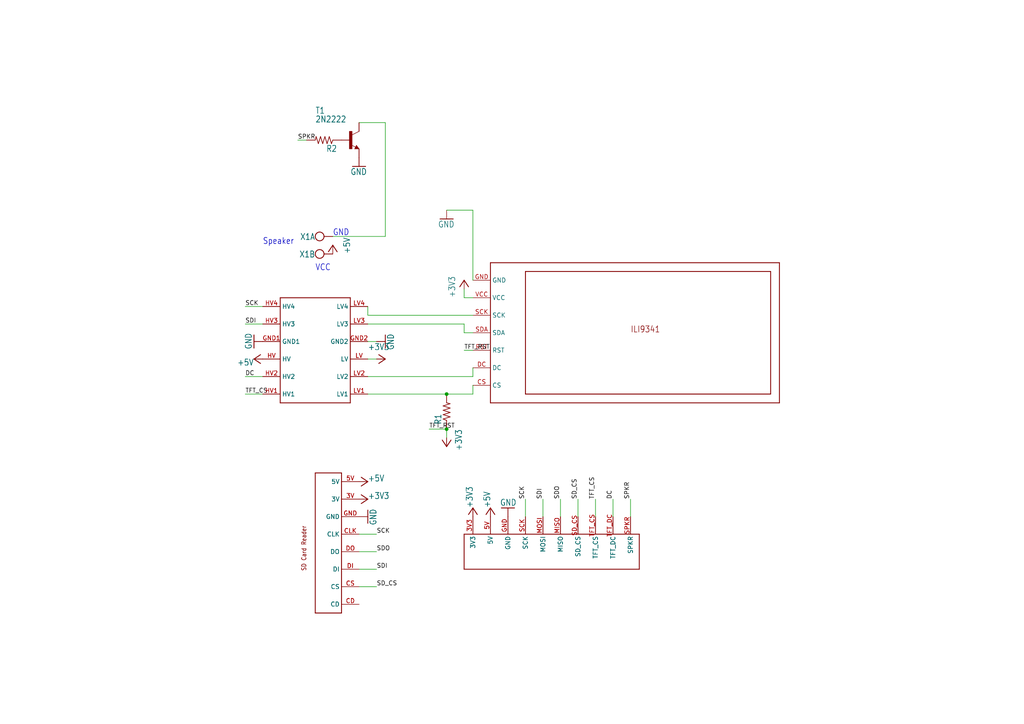
<source format=kicad_sch>
(kicad_sch (version 20231120) (generator "eeschema") (generator_version "8.0")
  (paper "A4")
  (lib_symbols
    (symbol "Main-eagle-import:+3V3" (power)
      (symbol "+3V3_1_0"
        (polyline (pts (xy 0 0) (xy -1.27 -1.905)) (stroke (width 0.254)))
        (polyline (pts (xy 1.27 -1.905) (xy 0 0)) (stroke (width 0.254)))
        (pin power_in line (at 0 -2.54 90) (length 2.54) (name "+3V3") (number "1"))
      )
    )
    (symbol "Main-eagle-import:+5V" (power)
      (symbol "+5V_1_0"
        (polyline (pts (xy 0 0) (xy -1.27 -1.905)) (stroke (width 0.254)))
        (polyline (pts (xy 1.27 -1.905) (xy 0 0)) (stroke (width 0.254)))
        (pin power_in line (at 0 -2.54 90) (length 2.54) (name "+5V") (number "1"))
      )
    )
    (symbol "Main-eagle-import:2N2222"
      (property "Reference" "T" (at -10.16 7.62 0))
      (symbol "2N2222_1_0"
        (rectangle (start -0.254 -2.54) (end 0.508 2.54) (fill (type outline)))
        (polyline (pts (xy 1.27 -2.54) (xy 1.778 -1.524)) (stroke (width 0.1524)))
        (polyline (pts (xy 1.524 -2.413) (xy 2.286 -2.413)) (stroke (width 0.254)))
        (polyline (pts (xy 1.524 -2.286) (xy 1.905 -2.286)) (stroke (width 0.254)))
        (polyline (pts (xy 1.54 -2.04) (xy 0.308 -1.424)) (stroke (width 0.1524)))
        (polyline (pts (xy 1.778 -1.778) (xy 1.524 -2.286)) (stroke (width 0.254)))
        (polyline (pts (xy 1.778 -1.524) (xy 2.54 -2.54)) (stroke (width 0.1524)))
        (polyline (pts (xy 1.905 -2.286) (xy 1.778 -2.032)) (stroke (width 0.254)))
        (polyline (pts (xy 2.286 -2.413) (xy 1.778 -1.778)) (stroke (width 0.254)))
        (polyline (pts (xy 2.54 -2.54) (xy 1.27 -2.54)) (stroke (width 0.1524)))
        (polyline (pts (xy 2.54 2.54) (xy 0.508 1.524)) (stroke (width 0.1524)))
        (pin passive line (at -2.54 0 0) (length 2.54) (name "B") (number "B"))
        (pin passive line (at 2.54 5.08 270) (length 2.54) (name "C") (number "C"))
        (pin passive line (at 2.54 -5.08 90) (length 2.54) (name "E") (number "E"))
      )
    )
    (symbol "Main-eagle-import:BI_DIRECTIONAL_LOGIC_LEVEL_CONVERTER"
      (symbol "BI_DIRECTIONAL_LOGIC_LEVEL_CONVERTER_1_0"
        (polyline (pts (xy -15.24 -10.16) (xy 15.24 -10.16)) (stroke (width 0.254)))
        (polyline (pts (xy -15.24 10.16) (xy -15.24 -10.16)) (stroke (width 0.254)))
        (polyline (pts (xy 15.24 -10.16) (xy 15.24 10.16)) (stroke (width 0.254)))
        (polyline (pts (xy 15.24 10.16) (xy -15.24 10.16)) (stroke (width 0.254)))
        (pin power_in line (at 2.54 15.24 270) (length 5.08) (name "GND1") (number "GND1"))
        (pin bidirectional line (at 2.54 -15.24 90) (length 5.08) (name "GND2") (number "GND2"))
        (pin power_in line (at -2.54 15.24 270) (length 5.08) (name "HV") (number "HV"))
        (pin bidirectional line (at -12.7 15.24 270) (length 5.08) (name "HV1") (number "HV1"))
        (pin bidirectional line (at -7.62 15.24 270) (length 5.08) (name "HV2") (number "HV2"))
        (pin bidirectional line (at 7.62 15.24 270) (length 5.08) (name "HV3") (number "HV3"))
        (pin bidirectional line (at 12.7 15.24 270) (length 5.08) (name "HV4") (number "HV4"))
        (pin bidirectional line (at -2.54 -15.24 90) (length 5.08) (name "LV") (number "LV"))
        (pin bidirectional line (at -12.7 -15.24 90) (length 5.08) (name "LV1") (number "LV1"))
        (pin bidirectional line (at -7.62 -15.24 90) (length 5.08) (name "LV2") (number "LV2"))
        (pin bidirectional line (at 7.62 -15.24 90) (length 5.08) (name "LV3") (number "LV3"))
        (pin bidirectional line (at 12.7 -15.24 90) (length 5.08) (name "LV4") (number "LV4"))
      )
    )
    (symbol "Main-eagle-import:GND" (power)
      (symbol "GND_1_0"
        (polyline (pts (xy -1.905 0) (xy 1.905 0)) (stroke (width 0.254)))
        (pin power_in line (at 0 2.54 270) (length 2.54) (name "GND") (number "1"))
      )
    )
    (symbol "Main-eagle-import:HEADERRIBBON_CONNECTOR"
      (symbol "HEADERRIBBON_CONNECTOR_1_0"
        (polyline (pts (xy -25.4 -5.08) (xy 25.4 -5.08)) (stroke (width 0.254)))
        (polyline (pts (xy -25.4 5.08) (xy -25.4 -5.08)) (stroke (width 0.254)))
        (polyline (pts (xy -25.4 5.08) (xy 25.4 5.08)) (stroke (width 0.254)))
        (polyline (pts (xy 25.4 5.08) (xy 25.4 -5.08)) (stroke (width 0.254)))
        (pin power_in line (at -22.86 10.16 270) (length 5.08) (name "3V3") (number "3V3"))
        (pin power_in line (at -17.78 10.16 270) (length 5.08) (name "5V") (number "5V"))
        (pin power_in line (at -12.7 10.16 270) (length 5.08) (name "GND") (number "GND"))
        (pin bidirectional line (at 2.54 10.16 270) (length 5.08) (name "MISO") (number "MISO"))
        (pin bidirectional line (at -2.54 10.16 270) (length 5.08) (name "MOSI") (number "MOSI"))
        (pin bidirectional line (at -7.62 10.16 270) (length 5.08) (name "SCK") (number "SCK"))
        (pin bidirectional line (at 7.62 10.16 270) (length 5.08) (name "SD_CS") (number "SD_CS"))
        (pin bidirectional line (at 22.86 10.16 270) (length 5.08) (name "SPKR") (number "SPKR"))
        (pin bidirectional line (at 12.7 10.16 270) (length 5.08) (name "TFT_CS") (number "TFT_CS"))
        (pin bidirectional line (at 17.78 10.16 270) (length 5.08) (name "TFT_DC") (number "TFT_DC"))
      )
    )
    (symbol "Main-eagle-import:ILI9341"
      (symbol "ILI9341_1_0"
        (polyline (pts (xy -48.26 -22.86) (xy 35.56 -22.86)) (stroke (width 0.254)))
        (polyline (pts (xy -48.26 17.78) (xy -48.26 -22.86)) (stroke (width 0.254)))
        (polyline (pts (xy -38.1 -20.32) (xy 33.02 -20.32)) (stroke (width 0.254)))
        (polyline (pts (xy -38.1 15.24) (xy -38.1 -20.32)) (stroke (width 0.254)))
        (polyline (pts (xy 33.02 -20.32) (xy 33.02 15.24)) (stroke (width 0.254)))
        (polyline (pts (xy 33.02 15.24) (xy -38.1 15.24)) (stroke (width 0.254)))
        (polyline (pts (xy 35.56 -22.86) (xy 35.56 17.78)) (stroke (width 0.254)))
        (polyline (pts (xy 35.56 17.78) (xy -48.26 17.78)) (stroke (width 0.254)))
        (text "ILI9341" (at -7.62 -2.54 0) (effects (font (size 1.778 1.5113)) (justify left bottom)))
        (pin input line (at -53.34 -17.78 0) (length 5.08) (name "CS") (number "CS"))
        (pin input line (at -53.34 -12.7 0) (length 5.08) (name "DC") (number "DC"))
        (pin power_in line (at -53.34 12.7 0) (length 5.08) (name "GND") (number "GND"))
        (pin input line (at -53.34 -7.62 0) (length 5.08) (name "RST") (number "RST"))
        (pin bidirectional line (at -53.34 2.54 0) (length 5.08) (name "SCK") (number "SCK"))
        (pin input line (at -53.34 -2.54 0) (length 5.08) (name "SDA") (number "SDA"))
        (pin power_in line (at -53.34 7.62 0) (length 5.08) (name "VCC") (number "VCC"))
      )
    )
    (symbol "Main-eagle-import:R-US_0204/7"
      (property "Reference" "R" (at -3.81 1.4986 0))
      (symbol "R-US_0204/7_1_0"
        (polyline (pts (xy -2.54 0) (xy -2.159 1.016)) (stroke (width 0.2032)))
        (polyline (pts (xy -2.159 1.016) (xy -1.524 -1.016)) (stroke (width 0.2032)))
        (polyline (pts (xy -1.524 -1.016) (xy -0.889 1.016)) (stroke (width 0.2032)))
        (polyline (pts (xy -0.889 1.016) (xy -0.254 -1.016)) (stroke (width 0.2032)))
        (polyline (pts (xy -0.254 -1.016) (xy 0.381 1.016)) (stroke (width 0.2032)))
        (polyline (pts (xy 0.381 1.016) (xy 1.016 -1.016)) (stroke (width 0.2032)))
        (polyline (pts (xy 1.016 -1.016) (xy 1.651 1.016)) (stroke (width 0.2032)))
        (polyline (pts (xy 1.651 1.016) (xy 2.286 -1.016)) (stroke (width 0.2032)))
        (polyline (pts (xy 2.286 -1.016) (xy 2.54 0)) (stroke (width 0.2032)))
        (pin passive line (at -5.08 0 0) (length 2.54) (name "1") (number "1"))
        (pin passive line (at 5.08 0 180) (length 2.54) (name "2") (number "2"))
      )
    )
    (symbol "Main-eagle-import:SD_CARD_READER"
      (symbol "SD_CARD_READER_1_0"
        (polyline (pts (xy -20.32 -5.08) (xy -20.32 2.54)) (stroke (width 0.254)))
        (polyline (pts (xy -20.32 2.54) (xy 20.32 2.54)) (stroke (width 0.254)))
        (polyline (pts (xy 20.32 -5.08) (xy -20.32 -5.08)) (stroke (width 0.254)))
        (polyline (pts (xy 20.32 2.54) (xy 20.32 -5.08)) (stroke (width 0.254)))
        (text "SD Card Reader" (at -5.08 -7.62 0) (effects (font (size 1.27 1.0795)) (justify left bottom)))
        (pin power_in line (at -12.7 7.62 270) (length 5.08) (name "3V") (number "3V"))
        (pin power_in line (at -17.78 7.62 270) (length 5.08) (name "5V") (number "5V"))
        (pin bidirectional line (at 17.78 7.62 270) (length 5.08) (name "CD") (number "CD"))
        (pin bidirectional line (at -2.54 7.62 270) (length 5.08) (name "CLK") (number "CLK"))
        (pin bidirectional line (at 12.7 7.62 270) (length 5.08) (name "CS") (number "CS"))
        (pin bidirectional line (at 7.62 7.62 270) (length 5.08) (name "DI") (number "DI"))
        (pin bidirectional line (at 2.54 7.62 270) (length 5.08) (name "DO") (number "DO"))
        (pin power_in line (at -7.62 7.62 270) (length 5.08) (name "GND") (number "GND"))
      )
    )
    (symbol "Main-eagle-import:W237-102"
      (property "Reference" "X" (at 0 0.889 0))
      (symbol "W237-102_1_0"
        (circle (center 1.27 0) (radius 1.27) (stroke (width 0.254)))
        (pin passive line (at 5.08 0 180) (length 2.54) (name "KL") (number "1"))
      )
      (symbol "W237-102_2_0"
        (circle (center 1.27 0) (radius 1.27) (stroke (width 0.254)))
        (pin passive line (at 5.08 0 180) (length 2.54) (name "KL") (number "2"))
      )
    )
  )
  (junction (at 129.54 114.3))
  (junction (at 129.54 124.46))
  (wire (pts (xy 129.54 127) (xy 129.54 124.46)) (stroke (width 0.1524)))
  (wire (pts (xy 111.76 68.58) (xy 96.52 68.58)) (stroke (width 0.1524)))
  (wire (pts (xy 76.2 109.22) (xy 71.12 109.22)) (stroke (width 0.1524)))
  (wire (pts (xy 76.2 93.98) (xy 71.12 93.98)) (stroke (width 0.1524)))
  (wire (pts (xy 129.54 114.3) (xy 137.16 114.3)) (stroke (width 0.1524)))
  (wire (pts (xy 111.76 35.56) (xy 111.76 68.58)) (stroke (width 0.1524)))
  (wire (pts (xy 106.68 114.3) (xy 129.54 114.3)) (stroke (width 0.1524)))
  (wire (pts (xy 76.2 114.3) (xy 71.12 114.3)) (stroke (width 0.1524)))
  (wire (pts (xy 157.48 149.86) (xy 157.48 144.78)) (stroke (width 0.1524)))
  (wire (pts (xy 106.68 109.22) (xy 137.16 109.22)) (stroke (width 0.1524)))
  (wire (pts (xy 134.62 93.98) (xy 134.62 96.52)) (stroke (width 0.1524)))
  (wire (pts (xy 129.54 124.46) (xy 124.46 124.46)) (stroke (width 0.1524)))
  (wire (pts (xy 106.68 99.06) (xy 109.22 99.06)) (stroke (width 0.1524)))
  (wire (pts (xy 129.54 60.96) (xy 137.16 60.96)) (stroke (width 0.1524)))
  (wire (pts (xy 134.62 96.52) (xy 137.16 96.52)) (stroke (width 0.1524)))
  (wire (pts (xy 182.88 149.86) (xy 182.88 144.78)) (stroke (width 0.1524)))
  (wire (pts (xy 134.62 83.82) (xy 134.62 86.36)) (stroke (width 0.1524)))
  (wire (pts (xy 104.14 165.1) (xy 109.22 165.1)) (stroke (width 0.1524)))
  (wire (pts (xy 152.4 149.86) (xy 152.4 144.78)) (stroke (width 0.1524)))
  (wire (pts (xy 137.16 60.96) (xy 137.16 81.28)) (stroke (width 0.1524)))
  (wire (pts (xy 137.16 114.3) (xy 137.16 111.76)) (stroke (width 0.1524)))
  (wire (pts (xy 106.68 93.98) (xy 134.62 93.98)) (stroke (width 0.1524)))
  (wire (pts (xy 137.16 109.22) (xy 137.16 106.68)) (stroke (width 0.1524)))
  (wire (pts (xy 88.9 40.64) (xy 86.36 40.64)) (stroke (width 0.1524)))
  (wire (pts (xy 106.68 91.44) (xy 137.16 91.44)) (stroke (width 0.1524)))
  (wire (pts (xy 109.22 104.14) (xy 106.68 104.14)) (stroke (width 0.1524)))
  (wire (pts (xy 177.8 149.86) (xy 177.8 144.78)) (stroke (width 0.1524)))
  (wire (pts (xy 104.14 170.18) (xy 109.22 170.18)) (stroke (width 0.1524)))
  (wire (pts (xy 104.14 160.02) (xy 109.22 160.02)) (stroke (width 0.1524)))
  (wire (pts (xy 137.16 101.6) (xy 134.62 101.6)) (stroke (width 0.1524)))
  (wire (pts (xy 167.64 149.86) (xy 167.64 144.78)) (stroke (width 0.1524)))
  (wire (pts (xy 106.68 88.9) (xy 106.68 91.44)) (stroke (width 0.1524)))
  (wire (pts (xy 104.14 154.94) (xy 109.22 154.94)) (stroke (width 0.1524)))
  (wire (pts (xy 134.62 86.36) (xy 137.16 86.36)) (stroke (width 0.1524)))
  (wire (pts (xy 162.56 149.86) (xy 162.56 144.78)) (stroke (width 0.1524)))
  (wire (pts (xy 104.14 35.56) (xy 111.76 35.56)) (stroke (width 0.1524)))
  (wire (pts (xy 172.72 149.86) (xy 172.72 144.78)) (stroke (width 0.1524)))
  (wire (pts (xy 76.2 88.9) (xy 71.12 88.9)) (stroke (width 0.1524)))
  (text "VCC" (at 91.44 78.74 0) (effects (font (size 1.778 1.5113)) (justify left bottom)))
  (text "GND" (at 96.52 68.58 0) (effects (font (size 1.778 1.5113)) (justify left bottom)))
  (text "Speaker" (at 76.2 71.12 0) (effects (font (size 1.778 1.5113)) (justify left bottom)))
  (label "DC" (at 177.8 144.78 90) (effects (font (size 1.2446 1.2446))))
  (label "SDI" (at 109.22 165.1 0) (effects (font (size 1.2446 1.2446))))
  (label "TFT_CS" (at 71.12 114.3 0) (effects (font (size 1.2446 1.2446))))
  (label "SDI" (at 71.12 93.98 0) (effects (font (size 1.2446 1.2446))))
  (label "SDI" (at 157.48 144.78 90) (effects (font (size 1.2446 1.2446))))
  (label "SPKR" (at 182.88 144.78 90) (effects (font (size 1.2446 1.2446))))
  (label "DC" (at 71.12 109.22 0) (effects (font (size 1.2446 1.2446))))
  (label "SD_CS" (at 109.22 170.18 0) (effects (font (size 1.2446 1.2446))))
  (label "TFT_RST" (at 134.62 101.6 0) (effects (font (size 1.2446 1.2446))))
  (label "SPKR" (at 86.36 40.64 0) (effects (font (size 1.2446 1.2446))))
  (label "TFT_RST" (at 124.46 124.46 0) (effects (font (size 1.2446 1.2446))))
  (label "SCK" (at 152.4 144.78 90) (effects (font (size 1.2446 1.2446))))
  (label "SCK" (at 109.22 154.94 0) (effects (font (size 1.2446 1.2446))))
  (label "SD_CS" (at 167.64 144.78 90) (effects (font (size 1.2446 1.2446))))
  (label "SDO" (at 109.22 160.02 0) (effects (font (size 1.2446 1.2446))))
  (label "SDO" (at 162.56 144.78 90) (effects (font (size 1.2446 1.2446))))
  (label "SCK" (at 71.12 88.9 0) (effects (font (size 1.2446 1.2446))))
  (label "TFT_CS" (at 172.72 144.78 90) (effects (font (size 1.2446 1.2446))))
  (symbol (lib_id "Main-eagle-import:BI_DIRECTIONAL_LOGIC_LEVEL_CONVERTER") (at 91.44 101.6 90) (unit 1)
    (property "Reference" "U$2" (effects (hide yes)))
    (property "Value" "BI_DIRECTIONAL_LOGIC_LEVEL_CONVERTER" (effects (hide yes)))
    (property "Footprint" "Main:BI_DIRECTIONAL_LOGIC_LEVEL_CONVERTER" (effects (hide yes)))
  )
  (symbol (lib_id "Main-eagle-import:GND") (at 73.66 99.06 270) (unit 1)
    (property "Reference" "#GND5" (effects (hide yes)))
    (property "Value" "GND" (at 71.12 96.52 0) (effects (font (size 1.778 1.5113)) (justify left bottom)))
  )
  (symbol (lib_id "Main-eagle-import:+5V") (at 73.66 104.14 90) (unit 1)
    (property "Reference" "#P+3" (effects (hide yes)))
    (property "Value" "+5V" (at 73.66 104.14 90) (effects (font (size 1.778 1.5113)) (justify left bottom)))
  )
  (symbol (lib_id "Main-eagle-import:+3V3") (at 134.62 81.28 0) (unit 1)
    (property "Reference" "#+3V1" (effects (hide yes)))
    (property "Value" "+3V3" (at 132.08 86.36 90) (effects (font (size 1.778 1.5113)) (justify left bottom)))
  )
  (symbol (lib_id "Main-eagle-import:ILI9341") (at 190.5 93.98 0) (unit 1)
    (property "Reference" "U$1" (effects (hide yes)))
    (property "Value" "ILI9341" (effects (hide yes)))
    (property "Footprint" "Main:ILI9341_FOOTPRINT" (effects (hide yes)))
  )
  (symbol (lib_id "Main-eagle-import:+3V3") (at 111.76 104.14 270) (unit 1)
    (property "Reference" "#+3V3" (effects (hide yes)))
    (property "Value" "+3V3" (at 106.68 101.6 90) (effects (font (size 1.778 1.5113)) (justify left bottom)))
  )
  (symbol (lib_id "Main-eagle-import:+3V3") (at 129.54 129.54 180) (unit 1)
    (property "Reference" "#+3V4" (effects (hide yes)))
    (property "Value" "+3V3" (at 132.08 124.46 90) (effects (font (size 1.778 1.5113)) (justify left bottom)))
  )
  (symbol (lib_id "Main-eagle-import:W237-102") (at 91.44 68.58 0) (unit 1)
    (property "Reference" "X1" (at 91.44 67.691 0) (effects (font (size 1.778 1.5113)) (justify right top)))
    (property "Value" "W237-102" (effects (hide yes)))
    (property "Footprint" "Main:W237-102" (effects (hide yes)))
  )
  (symbol (lib_id "Main-eagle-import:+5V") (at 96.52 71.12 0) (unit 1)
    (property "Reference" "#P+2" (effects (hide yes)))
    (property "Value" "+5V" (at 101.6 73.66 90) (effects (font (size 1.778 1.5113)) (justify left bottom)))
  )
  (symbol (lib_id "Main-eagle-import:R-US_0204/7") (at 93.98 40.64 180) (unit 1)
    (property "Reference" "R2" (at 97.79 42.1386 0) (effects (font (size 1.778 1.5113)) (justify left bottom)))
    (property "Value" "R-US_0204/7" (effects (hide yes)))
    (property "Footprint" "Main:0204_7" (effects (hide yes)))
  )
  (symbol (lib_id "Main-eagle-import:GND") (at 104.14 48.26 0) (unit 1)
    (property "Reference" "#GND1" (effects (hide yes)))
    (property "Value" "GND" (at 101.6 50.8 0) (effects (font (size 1.778 1.5113)) (justify left bottom)))
  )
  (symbol (lib_id "Main-eagle-import:R-US_0204/7") (at 129.54 119.38 90) (unit 1)
    (property "Reference" "R1" (at 128.0414 123.19 0) (effects (font (size 1.778 1.5113)) (justify left bottom)))
    (property "Value" "R-US_0204/7" (effects (hide yes)))
    (property "Footprint" "Main:0204_7" (effects (hide yes)))
  )
  (symbol (lib_id "Main-eagle-import:GND") (at 129.54 63.5 0) (unit 1)
    (property "Reference" "#GND2" (effects (hide yes)))
    (property "Value" "GND" (at 127 66.04 0) (effects (font (size 1.778 1.5113)) (justify left bottom)))
  )
  (symbol (lib_id "Main-eagle-import:GND") (at 106.68 149.86 90) (unit 1)
    (property "Reference" "#GND3" (effects (hide yes)))
    (property "Value" "GND" (at 109.22 152.4 0) (effects (font (size 1.778 1.5113)) (justify left bottom)))
  )
  (symbol (lib_id "Main-eagle-import:W237-102") (at 91.44 73.66 0) (unit 2)
    (property "Reference" "X1" (at 91.44 72.771 0) (effects (font (size 1.778 1.5113)) (justify right top)))
    (property "Value" "W237-102" (effects (hide yes)))
    (property "Footprint" "Main:W237-102" (effects (hide yes)))
  )
  (symbol (lib_id "Main-eagle-import:+5V") (at 106.68 139.7 270) (unit 1)
    (property "Reference" "#P+1" (effects (hide yes)))
    (property "Value" "+5V" (at 106.68 139.7 90) (effects (font (size 1.778 1.5113)) (justify left bottom)))
  )
  (symbol (lib_id "Main-eagle-import:+3V3") (at 137.16 147.32 0) (unit 1)
    (property "Reference" "#+3V5" (effects (hide yes)))
    (property "Value" "+3V3" (at 137.16 147.32 90) (effects (font (size 1.778 1.5113)) (justify left bottom)))
  )
  (symbol (lib_id "Main-eagle-import:2N2222") (at 101.6 40.64 0) (unit 1)
    (property "Reference" "T1" (at 91.44 33.02 0) (effects (font (size 1.778 1.5113)) (justify left bottom)))
    (property "Value" "2N2222" (at 91.44 35.56 0) (effects (font (size 1.778 1.5113)) (justify left bottom)))
    (property "Footprint" "Main:TO92-EBC-OVAL" (effects (hide yes)))
  )
  (symbol (lib_id "Main-eagle-import:+5V") (at 142.24 147.32 0) (unit 1)
    (property "Reference" "#P+4" (effects (hide yes)))
    (property "Value" "+5V" (at 142.24 147.32 90) (effects (font (size 1.778 1.5113)) (justify left bottom)))
  )
  (symbol (lib_id "Main-eagle-import:GND") (at 147.32 147.32 180) (unit 1)
    (property "Reference" "#GND6" (effects (hide yes)))
    (property "Value" "GND" (at 149.86 144.78 0) (effects (font (size 1.778 1.5113)) (justify left bottom)))
  )
  (symbol (lib_id "Main-eagle-import:+3V3") (at 106.68 144.78 270) (unit 1)
    (property "Reference" "#+3V2" (effects (hide yes)))
    (property "Value" "+3V3" (at 106.68 144.78 90) (effects (font (size 1.778 1.5113)) (justify left bottom)))
  )
  (symbol (lib_id "Main-eagle-import:HEADERRIBBON_CONNECTOR") (at 160.02 160.02 0) (unit 1)
    (property "Reference" "U$4" (effects (hide yes)))
    (property "Value" "HEADERRIBBON_CONNECTOR" (effects (hide yes)))
    (property "Footprint" "Main:HEADER_RIBBON_CONNECTOR" (effects (hide yes)))
  )
  (symbol (lib_id "Main-eagle-import:SD_CARD_READER") (at 96.52 157.48 270) (unit 1)
    (property "Reference" "U$3" (effects (hide yes)))
    (property "Value" "SD_CARD_READER" (effects (hide yes)))
    (property "Footprint" "Main:SD_CARD_READER" (effects (hide yes)))
  )
  (symbol (lib_id "Main-eagle-import:GND") (at 111.76 99.06 90) (unit 1)
    (property "Reference" "#GND4" (effects (hide yes)))
    (property "Value" "GND" (at 114.3 101.6 0) (effects (font (size 1.778 1.5113)) (justify left bottom)))
  )
)
</source>
